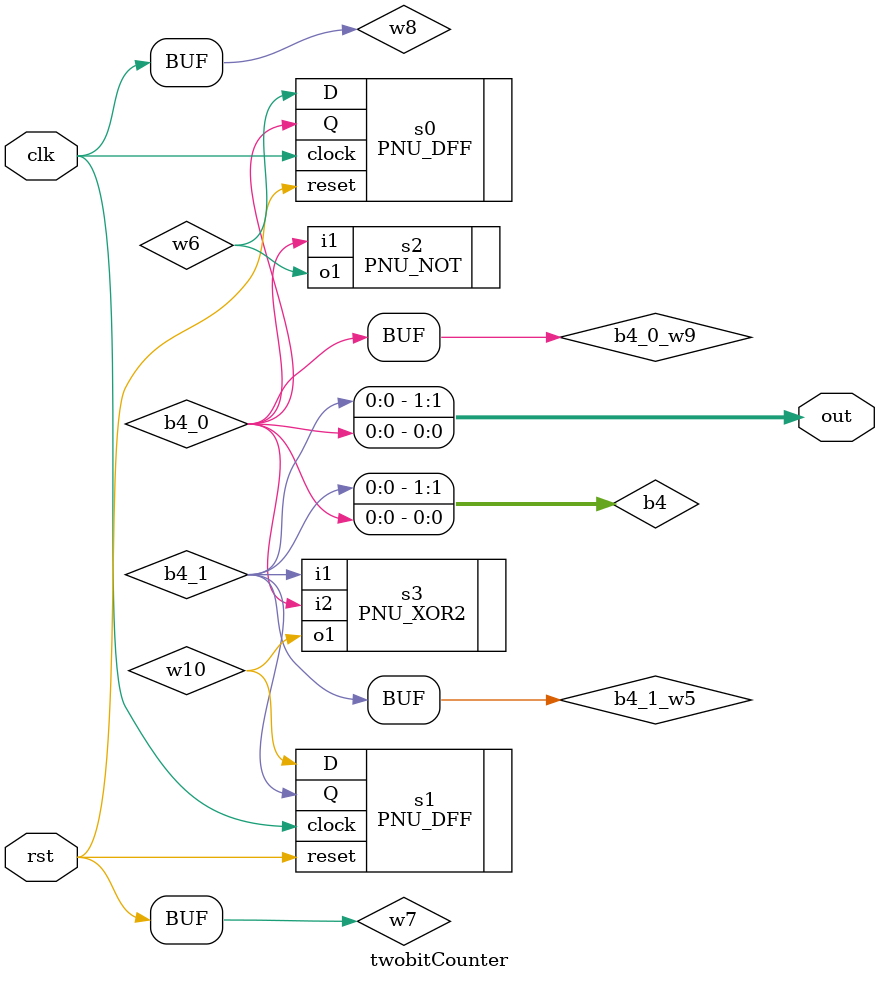
<source format=v>
module twobitCounter(clk,rst,out);

input clk;
input rst;
output [1:0] out;

wire [1:0] b4;
wire  w6;
wire  w10;
wire  w8;
wire  w7;
wire  b4_0;
wire  b4_0_w9;
wire  b4_1;
wire  b4_1_w5;

assign w8 = clk;
assign w7 = rst;
assign out = b4;

assign b4[1] = b4_1;
assign b4[0] = b4_0;

assign b4_0_w9 = {b4[0]};
assign b4_1_w5 = {b4[1]};

PNU_DFF
     s0 (
      .D(w6),
      .Q(b4_0),
      .clock(w8),
      .reset(w7));

PNU_NOT
     s2 (
      .o1(w6),
      .i1(b4_0_w9));

PNU_XOR2
     s3 (
      .i2(b4_0_w9),
      .i1(b4_1_w5),
      .o1(w10));

PNU_DFF
     s1 (
      .Q(b4_1),
      .D(w10),
      .clock(w8),
      .reset(w7));

endmodule


</source>
